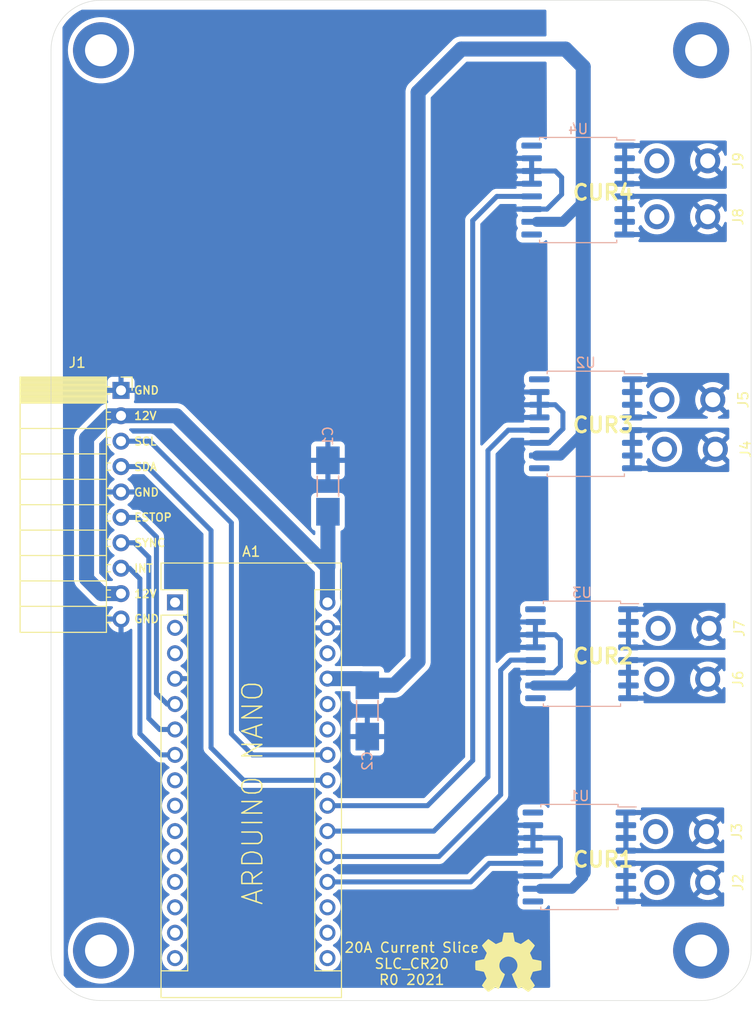
<source format=kicad_pcb>
(kicad_pcb (version 20211014) (generator pcbnew)
  (layers (0 "F.Cu" signal) (31 "B.Cu" signal) (34 "B.Paste" user) (35 "F.Paste" user) (36 "B.SilkS" user "B.Silkscreen") (37 "F.SilkS" user "F.Silkscreen") (38 "B.Mask" user) (39 "F.Mask" user) (44 "Edge.Cuts" user))
  (net 0 "")
  (net 1 "Net-(A1-Pad16)")
  (net 2 "Net-(A1-Pad15)")
  (net 3 "Net-(A1-Pad14)")
  (net 4 "GND")
  (net 5 "Net-(A1-Pad13)")
  (net 6 "Net-(A1-Pad28)")
  (net 7 "Net-(A1-Pad12)")
  (net 8 "+5V")
  (net 9 "Net-(A1-Pad11)")
  (net 10 "Net-(A1-Pad26)")
  (net 11 "Net-(A1-Pad10)")
  (net 12 "Net-(A1-Pad25)")
  (net 13 "Net-(A1-Pad9)")
  (net 14 "/I2C_CLK")
  (net 15 "Net-(A1-Pad8)")
  (net 16 "/I2C_DAT")
  (net 17 "/SYNC")
  (net 18 "/E_STOP")
  (net 19 "Net-(A1-Pad3)")
  (net 20 "Net-(A1-Pad18)")
  (net 21 "Net-(A1-Pad2)")
  (net 22 "Net-(A1-Pad17)")
  (net 23 "Net-(A1-Pad1)")
  (net 24 "+12V")
  (net 25 "/INT")
  (net 26 "/CURR1")
  (net 27 "/CURR2")
  (net 28 "/CURR3")
  (net 29 "/CURR4")
  (net 30 "Net-(J2-Pad1)")
  (net 31 "Net-(J3-Pad1)")
  (net 32 "Net-(J4-Pad1)")
  (net 33 "Net-(J5-Pad1)")
  (net 34 "Net-(U1-Pad16)")
  (net 35 "Net-(U1-Pad9)")
  (net 36 "Net-(U2-Pad16)")
  (net 37 "Net-(U2-Pad9)")
  (net 38 "Net-(U3-Pad16)")
  (net 39 "Net-(U3-Pad9)")
  (net 40 "Net-(U4-Pad16)")
  (net 41 "Net-(U4-Pad9)")
  (net 42 "Net-(J6-Pad1)")
  (net 43 "Net-(J7-Pad1)")
  (net 44 "Net-(J8-Pad1)")
  (net 45 "Net-(J9-Pad1)")
  (footprint "MountingHole:MountingHole_3.2mm_M3_DIN965_Pad" (layer "F.Cu") (at 127.6 44.8)
    (fp_text reference "H1" hide)
    (fp_text value "MountingHole")
    (pad "1" thru_hole circle locked (at 0 0) (size 5.6 5.6) (drill 3.2) (layers *.Cu *.Mask))
  )
  (footprint "MountingHole:MountingHole_3.2mm_M3_DIN965_Pad" (layer "F.Cu") (at 187.6 44.8)
    (fp_text reference "H2" hide)
    (fp_text value "MountingHole")
    (pad "1" thru_hole circle locked (at 0 0) (size 5.6 5.6) (drill 3.2) (layers *.Cu *.Mask))
  )
  (footprint "MountingHole:MountingHole_3.2mm_M3_DIN965_Pad" (layer "F.Cu") (at 127.6 134.8)
    (fp_text reference "H3" hide)
    (fp_text value "MountingHole")
    (pad "1" thru_hole circle locked (at 0 0) (size 5.6 5.6) (drill 3.2) (layers *.Cu *.Mask))
  )
  (footprint "MountingHole:MountingHole_3.2mm_M3_DIN965_Pad" (layer "F.Cu") (at 187.6 134.8)
    (fp_text reference "H4" hide)
    (fp_text value "MountingHole")
    (pad "1" thru_hole circle locked (at 0 0) (size 5.6 5.6) (drill 3.2) (layers *.Cu *.Mask))
  )
  (footprint "Module:Arduino_Nano" (layer "F.Cu") (at 135 100)
    (fp_text reference "A1" (at 7.62 -5.08) (layer "F.SilkS"))
    (fp_text value "Arduino_Nano_v3.x")
    (fp_line (start -1.4 1.27) (end -1.4 39.5) (layer "F.SilkS") (width 0.12))
    (fp_line (start 1.27 1.27) (end -1.4 1.27) (layer "F.SilkS") (width 0.12))
    (fp_line (start 13.97 -1.27) (end 16.64 -1.27) (layer "F.SilkS") (width 0.12))
    (fp_line (start 1.27 36.83) (end -1.4 36.83) (layer "F.SilkS") (width 0.12))
    (fp_line (start 1.27 1.27) (end 1.27 36.83) (layer "F.SilkS") (width 0.12))
    (fp_line (start -1.4 39.5) (end 16.64 39.5) (layer "F.SilkS") (width 0.12))
    (fp_line (start 16.64 39.5) (end 16.64 -3.94) (layer "F.SilkS") (width 0.12))
    (fp_line (start -1.4 -3.94) (end -1.4 -1.27) (layer "F.SilkS") (width 0.12))
    (fp_line (start 1.27 -1.27) (end -1.4 -1.27) (layer "F.SilkS") (width 0.12))
    (fp_line (start 16.64 -3.94) (end -1.4 -3.94) (layer "F.SilkS") (width 0.12))
    (fp_line (start 1.27 1.27) (end 1.27 -1.27) (layer "F.SilkS") (width 0.12))
    (fp_line (start 13.97 -1.27) (end 13.97 36.83) (layer "F.SilkS") (width 0.12))
    (fp_line (start 13.97 36.83) (end 16.64 36.83) (layer "F.SilkS") (width 0.12))
    (pad "1" thru_hole rect locked (at 0 0) (size 1.6 1.6) (drill 1) (layers *.Cu *.Mask) (net 23 "Net-(A1-Pad1)"))
    (pad "2" thru_hole oval locked (at 0 2.54) (size 1.6 1.6) (drill 1) (layers *.Cu *.Mask) (net 21 "Net-(A1-Pad2)"))
    (pad "3" thru_hole oval locked (at 0 5.08) (size 1.6 1.6) (drill 1) (layers *.Cu *.Mask) (net 19 "Net-(A1-Pad3)"))
    (pad "4" thru_hole oval locked (at 0 7.62) (size 1.6 1.6) (drill 1) (layers *.Cu *.Mask) (net 4 "GND"))
    (pad "5" thru_hole oval locked (at 0 10.16) (size 1.6 1.6) (drill 1) (layers *.Cu *.Mask) (net 18 "/E_STOP"))
    (pad "6" thru_hole oval locked (at 0 12.7) (size 1.6 1.6) (drill 1) (layers *.Cu *.Mask) (net 25 "/INT"))
    (pad "7" thru_hole oval locked (at 0 15.24) (size 1.6 1.6) (drill 1) (layers *.Cu *.Mask) (net 17 "/SYNC"))
    (pad "8" thru_hole oval locked (at 0 17.78) (size 1.6 1.6) (drill 1) (layers *.Cu *.Mask) (net 15 "Net-(A1-Pad8)"))
    (pad "9" thru_hole oval locked (at 0 20.32) (size 1.6 1.6) (drill 1) (layers *.Cu *.Mask) (net 13 "Net-(A1-Pad9)"))
    (pad "10" thru_hole oval locked (at 0 22.86) (size 1.6 1.6) (drill 1) (layers *.Cu *.Mask) (net 11 "Net-(A1-Pad10)"))
    (pad "11" thru_hole oval locked (at 0 25.4) (size 1.6 1.6) (drill 1) (layers *.Cu *.Mask) (net 9 "Net-(A1-Pad11)"))
    (pad "12" thru_hole oval locked (at 0 27.94) (size 1.6 1.6) (drill 1) (layers *.Cu *.Mask) (net 7 "Net-(A1-Pad12)"))
    (pad "13" thru_hole oval locked (at 0 30.48) (size 1.6 1.6) (drill 1) (layers *.Cu *.Mask) (net 5 "Net-(A1-Pad13)"))
    (pad "14" thru_hole oval locked (at 0 33.02) (size 1.6 1.6) (drill 1) (layers *.Cu *.Mask) (net 3 "Net-(A1-Pad14)"))
    (pad "15" thru_hole oval locked (at 0 35.56) (size 1.6 1.6) (drill 1) (layers *.Cu *.Mask) (net 2 "Net-(A1-Pad15)"))
    (pad "16" thru_hole oval locked (at 15.24 35.56) (size 1.6 1.6) (drill 1) (layers *.Cu *.Mask) (net 1 "Net-(A1-Pad16)"))
    (pad "17" thru_hole oval locked (at 15.24 33.02) (size 1.6 1.6) (drill 1) (layers *.Cu *.Mask) (net 22 "Net-(A1-Pad17)"))
    (pad "18" thru_hole oval locked (at 15.24 30.48) (size 1.6 1.6) (drill 1) (layers *.Cu *.Mask) (net 20 "Net-(A1-Pad18)"))
    (pad "19" thru_hole oval locked (at 15.24 27.94) (size 1.6 1.6) (drill 1) (layers *.Cu *.Mask) (net 26 "/CURR1"))
    (pad "20" thru_hole oval locked (at 15.24 25.4) (size 1.6 1.6) (drill 1) (layers *.Cu *.Mask) (net 27 "/CURR2"))
    (pad "21" thru_hole oval locked (at 15.24 22.86) (size 1.6 1.6) (drill 1) (layers *.Cu *.Mask) (net 28 "/CURR3"))
    (pad "22" thru_hole oval locked (at 15.24 20.32) (size 1.6 1.6) (drill 1) (layers *.Cu *.Mask) (net 29 "/CURR4"))
    (pad "23" thru_hole oval locked (at 15.24 17.78) (size 1.6 1.6) (drill 1) (layers *.Cu *.Mask) (net 16 "/I2C_DAT"))
    (pad "24" thru_hole oval locked (at 15.24 15.24) (size 1.6 1.6) (drill 1) (layers *.Cu *.Mask) (net 14 "/I2C_CLK"))
    (pad "25" thru_hole oval locked (at 15.24 12.7) (size 1.6 1.6) (drill 1) (layers *.Cu *.Mask) (net 12 "Net-(A1-Pad25)"))
    (pad "26" thru_hole oval locked (at 15.24 10.16) (size 1.6 1.6) (drill 1) (layers *.Cu *.Mask) (net 10 "Net-(A1-Pad26)"))
    (pad "27" thru_hole oval locked (at 15.24 7.62) (size 1.6 1.6) (drill 1) (layers *.Cu *.Mask) (net 8 "+5V"))
    (pad "28" thru_hole oval locked (at 15.24 5.08) (size 1.6 1.6) (drill 1) (layers *.Cu *.Mask) (net 6 "Net-(A1-Pad28)"))
    (pad "29" thru_hole oval locked (at 15.24 2.54) (size 1.6 1.6) (drill 1) (layers *.Cu *.Mask) (net 4 "GND"))
    (pad "30" thru_hole oval locked (at 15.24 0) (size 1.6 1.6) (drill 1) (layers *.Cu *.Mask) (net 24 "+12V"))
  )
  (footprint "Connector_PinSocket_2.54mm:PinSocket_1x10_P2.54mm_Horizontal" (layer "F.Cu") (at 129.6 78.8)
    (fp_text reference "J1" (at -4.38 -2.77) (layer "F.SilkS"))
    (fp_text value "Conn_01x10_Female")
    (fp_line (start -1.46 0.36) (end -1.11 0.36) (layer "F.SilkS") (width 0.12))
    (fp_line (start -10.09 -0.147145) (end -1.46 -0.147145) (layer "F.SilkS") (width 0.12))
    (fp_line (start -1.46 17.42) (end -1.05 17.42) (layer "F.SilkS") (width 0.12))
    (fp_line (start -10.09 -1.21) (end -1.46 -1.21) (layer "F.SilkS") (width 0.12))
    (fp_line (start -10.09 11.43) (end -1.46 11.43) (layer "F.SilkS") (width 0.12))
    (fp_line (start 0 -1.33) (end 1.11 -1.33) (layer "F.SilkS") (width 0.12))
    (fp_line (start -10.09 21.59) (end -1.46 21.59) (layer "F.SilkS") (width 0.12))
    (fp_line (start -10.09 0.20714) (end -1.46 0.20714) (layer "F.SilkS") (width 0.12))
    (fp_line (start -1.46 15.6) (end -1.05 15.6) (layer "F.SilkS") (width 0.12))
    (fp_line (start -10.09 -1.33) (end -1.46 -1.33) (layer "F.SilkS") (width 0.12))
    (fp_line (start -10.09 1.1519) (end -1.46 1.1519) (layer "F.SilkS") (width 0.12))
    (fp_line (start -1.46 2.9) (end -1.05 2.9) (layer "F.SilkS") (width 0.12))
    (fp_line (start -10.09 24.19) (end -1.46 24.19) (layer "F.SilkS") (width 0.12))
    (fp_line (start -1.46 18.14) (end -1.05 18.14) (layer "F.SilkS") (width 0.12))
    (fp_line (start -1.46 14.88) (end -1.05 14.88) (layer "F.SilkS") (width 0.12))
    (fp_line (start -10.09 19.05) (end -1.46 19.05) (layer "F.SilkS") (width 0.12))
    (fp_line (start -10.09 8.89) (end -1.46 8.89) (layer "F.SilkS") (width 0.12))
    (fp_line (start -10.09 16.51) (end -1.46 16.51) (layer "F.SilkS") (width 0.12))
    (fp_line (start -10.09 1.27) (end -1.46 1.27) (layer "F.SilkS") (width 0.12))
    (fp_line (start -1.46 22.5) (end -1.05 22.5) (layer "F.SilkS") (width 0.12))
    (fp_line (start -10.09 -1.091905) (end -1.46 -1.091905) (layer "F.SilkS") (width 0.12))
    (fp_line (start -10.09 0.67952) (end -1.46 0.67952) (layer "F.SilkS") (width 0.12))
    (fp_line (start -10.09 -1.33) (end -10.09 24.19) (layer "F.SilkS") (width 0.12))
    (fp_line (start -1.46 19.96) (end -1.05 19.96) (layer "F.SilkS") (width 0.12))
    (fp_line (start -10.09 0.325235) (end -1.46 0.325235) (layer "F.SilkS") (width 0.12))
    (fp_line (start -10.09 -0.619525) (end -1.46 -0.619525) (layer "F.SilkS") (width 0.12))
    (fp_line (start 1.11 -1.33) (end 1.11 0) (layer "F.SilkS") (width 0.12))
    (fp_line (start -10.09 0.91571) (end -1.46 0.91571) (layer "F.SilkS") (width 0.12))
    (fp_line (start -10.09 0.797615) (end -1.46 0.797615) (layer "F.SilkS") (width 0.12))
    (fp_line (start -1.46 4.72) (end -1.05 4.72) (layer "F.SilkS") (width 0.12))
    (fp_line (start -1.46 12.34) (end -1.05 12.34) (layer "F.SilkS") (width 0.12))
    (fp_line (start -1.46 2.18) (end -1.05 2.18) (layer "F.SilkS") (width 0.12))
    (fp_line (start -1.46 23.22) (end -1.05 23.22) (layer "F.SilkS") (width 0.12))
    (fp_line (start -10.09 -0.383335) (end -1.46 -0.383335) (layer "F.SilkS") (width 0.12))
    (fp_line (start -1.46 13.06) (end -1.05 13.06) (layer "F.SilkS") (width 0.12))
    (fp_line (start -10.09 0.089045) (end -1.46 0.089045) (layer "F.SilkS") (width 0.12))
    (fp_line (start -10.09 6.35) (end -1.46 6.35) (layer "F.SilkS") (width 0.12))
    (fp_line (start -10.09 -0.97381) (end -1.46 -0.97381) (layer "F.SilkS") (width 0.12))
    (fp_line (start -10.09 -0.02905) (end -1.46 -0.02905) (layer "F.SilkS") (width 0.12))
    (fp_line (start -1.46 10.52) (end -1.05 10.52) (layer "F.SilkS") (width 0.12))
    (fp_line (start -10.09 -0.50143) (end -1.46 -0.50143) (layer "F.SilkS") (width 0.12))
    (fp_line (start -10.09 0.44333) (end -1.46 0.44333) (layer "F.SilkS") (width 0.12))
    (fp_line (start -1.46 -1.33) (end -1.46 24.19) (layer "F.SilkS") (width 0.12))
    (fp_line (start -1.46 7.26) (end -1.05 7.26) (layer "F.SilkS") (width 0.12))
    (fp_line (start -1.46 5.44) (end -1.05 5.44) (layer "F.SilkS") (width 0.12))
    (fp_line (start -10.09 13.97) (end -1.46 13.97) (layer "F.SilkS") (width 0.12))
    (fp_line (start -1.46 -0.36) (end -1.11 -0.36) (layer "F.SilkS") (width 0.12))
    (fp_line (start -1.46 20.68) (end -1.05 20.68) (layer "F.SilkS") (width 0.12))
    (fp_line (start -10.09 -0.26524) (end -1.46 -0.26524) (layer "F.SilkS") (width 0.12))
    (fp_line (start -10.09 3.81) (end -1.46 3.81) (layer "F.SilkS") (width 0.12))
    (fp_line (start -10.09 -0.73762) (end -1.46 -0.73762) (layer "F.SilkS") (width 0.12))
    (fp_line (start -10.09 0.561425) (end -1.46 0.561425) (layer "F.SilkS") (width 0.12))
    (fp_line (start -10.09 1.033805) (end -1.46 1.033805) (layer "F.SilkS") (width 0.12))
    (fp_line (start -1.46 9.8) (end -1.05 9.8) (layer "F.SilkS") (width 0.12))
    (fp_line (start -1.46 7.98) (end -1.05 7.98) (layer "F.SilkS") (width 0.12))
    (fp_line (start -10.09 -0.855715) (end -1.46 -0.855715) (layer "F.SilkS") (width 0.12))
    (pad "1" thru_hole rect locked (at 0 0) (size 1.7 1.7) (drill 1) (layers *.Cu *.Mask) (net 4 "GND"))
    (pad "2" thru_hole oval locked (at 0 2.54) (size 1.7 1.7) (drill 1) (layers *.Cu *.Mask) (net 24 "+12V"))
    (pad "3" thru_hole oval locked (at 0 5.08) (size 1.7 1.7) (drill 1) (layers *.Cu *.Mask) (net 14 "/I2C_CLK"))
    (pad "4" thru_hole oval locked (at 0 7.62) (size 1.7 1.7) (drill 1) (layers *.Cu *.Mask) (net 16 "/I2C_DAT"))
    (pad "5" thru_hole oval locked (at 0 10.16) (size 1.7 1.7) (drill 1) (layers *.Cu *.Mask) (net 4 "GND"))
    (pad "6" thru_hole oval locked (at 0 12.7) (size 1.7 1.7) (drill 1) (layers *.Cu *.Mask) (net 18 "/E_STOP"))
    (pad "7" thru_hole oval locked (at 0 15.24) (size 1.7 1.7) (drill 1) (layers *.Cu *.Mask) (net 25 "/INT"))
    (pad "8" thru_hole oval locked (at 0 17.78) (size 1.7 1.7) (drill 1) (layers *.Cu *.Mask) (net 17 "/SYNC"))
    (pad "9" thru_hole oval locked (at 0 20.32) (size 1.7 1.7) (drill 1) (layers *.Cu *.Mask) (net 24 "+12V"))
    (pad "10" thru_hole oval locked (at 0 22.86) (size 1.7 1.7) (drill 1) (layers *.Cu *.Mask) (net 4 "GND"))
  )
  (footprint "Symbol:OSHW-Symbol_6.7x6mm_SilkScreen" (layer "F.Cu") (at 168.32 135.99)
    (fp_text reference "Logo1" hide)
    (fp_text value "Logo_Open_Hardware_Small" hide)
    (fp_poly (pts (xy 0.555814 -2.531069) (xy 0.639635 -2.086445) (xy 0.94892 -1.958947) (xy 1.258206 -1.831449) (xy 1.629246 -2.083754) (xy 1.733157 -2.154004) (xy 1.827087 -2.216728) (xy 1.906652 -2.269062) (xy 1.96747 -2.308143) (xy 2.005157 -2.331107) (xy 2.015421 -2.336058) (xy 2.03391 -2.323324) (xy 2.07342 -2.288118) (xy 2.129522 -2.234938) (xy 2.197787 -2.168282) (xy 2.273786 -2.092646) (xy 2.353092 -2.012528) (xy 2.431275 -1.932426) (xy 2.503907 -1.856836) (xy 2.566559 -1.790255) (xy 2.614803 -1.737182) (xy 2.64421 -1.702113) (xy 2.651241 -1.690377) (xy 2.641123 -1.66874) (xy 2.612759 -1.621338) (xy 2.569129 -1.552807) (xy 2.513218 -1.467785) (xy 2.448006 -1.370907) (xy 2.410219 -1.31565) (xy 2.341343 -1.214752) (xy 2.28014 -1.123701) (xy 2.229578 -1.04703) (xy 2.192628 -0.989272) (xy 2.172258 -0.954957) (xy 2.169197 -0.947746) (xy 2.176136 -0.927252) (xy 2.195051 -0.879487) (xy 2.223087 -0.811168) (xy 2.257391 -0.729011) (xy 2.295109 -0.63973) (xy 2.333387 -0.550042) (xy 2.36937 -0.466662) (xy 2.400206 -0.396306) (xy 2.423039 -0.34569) (xy 2.435017 -0.321529) (xy 2.435724 -0.320578) (xy 2.454531 -0.315964) (xy 2.504618 -0.305672) (xy 2.580793 -0.290713) (xy 2.677865 -0.272099) (xy 2.790643 -0.250841) (xy 2.856442 -0.238582) (xy 2.97695 -0.215638) (xy 3.085797 -0.193805) (xy 3.177476 -0.174278) (xy 3.246481 -0.158252) (xy 3.287304 -0.146921) (xy 3.295511 -0.143326) (xy 3.303548 -0.118994) (xy 3.310033 -0.064041) (xy 3.31497 0.015108) (xy 3.318364 0.112026) (xy 3.320218 0.220287) (xy 3.320538 0.333465) (xy 3.319327 0.445135) (xy 3.31659 0.548868) (xy 3.312331 0.638241) (xy 3.306555 0.706826) (xy 3.299267 0.748197) (xy 3.294895 0.75681) (xy 3.268764 0.767133) (xy 3.213393 0.781892) (xy 3.136107 0.799352) (xy 3.04423 0.81778) (xy 3.012158 0.823741) (xy 2.857524 0.852066) (xy 2.735375 0.874876) (xy 2.641673 0.89308) (xy 2.572384 0.907583) (xy 2.523471 0.919292) (xy 2.490897 0.929115) (xy 2.470628 0.937956) (xy 2.458626 0.946724) (xy 2.456947 0.948457) (xy 2.440184 0.976371) (xy 2.414614 1.030695) (xy 2.382788 1.104777) (xy 2.34726 1.191965) (xy 2.310583 1.285608) (xy 2.275311 1.379052) (xy 2.243996 1.465647) (xy 2.219193 1.53874) (xy 2.203454 1.591678) (xy 2.199332 1.617811) (xy 2.199676 1.618726) (xy 2.213641 1.640086) (xy 2.245322 1.687084) (xy 2.291391 1.754827) (xy 2.348518 1.838423) (xy 2.413373 1.932982) (xy 2.431843 1.959854) (xy 2.497699 2.057275) (xy 2.55565 2.146163) (xy 2.602538 2.221412) (xy 2.635207 2.27792) (xy 2.6505 2.310581) (xy 2.651241 2.314593) (xy 2.638392 2.335684) (xy 2.602888 2.377464) (xy 2.549293 2.435445) (xy 2.482171 2.505135) (xy 2.406087 2.582045) (xy 2.325604 2.661683) (xy 2.245287 2.739561) (xy 2.169699 2.811186) (xy 2.103405 2.87207) (xy 2.050969 2.917721) (xy 2.016955 2.94365) (xy 2.007545 2.947883) (xy 1.985643 2.937912) (xy 1.9408 2.91102) (xy 1.880321 2.871736) (xy 1.833789 2.840117) (xy 1.749475 2.782098) (xy 1.649626 2.713784) (xy 1.549473 2.645579) (xy 1.495627 2.609075) (xy 1.313371 2.4858) (xy 1.160381 2.56852) (xy 1.090682 2.604759) (xy 1.031414 2.632926) (xy 0.991311 2.648991) (xy 0.981103 2.651226) (xy 0.968829 2.634722) (xy 0.944613 2.588082) (xy 0.910263 2.515609) (xy 0.867588 2.421606) (xy 0.818394 2.310374) (xy 0.76449 2.186215) (xy 0.707684 2.053432) (xy 0.649782 1.916327) (xy 0.592593 1.779202) (xy 0.537924 1.646358) (xy 0.487584 1.522098) (xy 0.44338 1.410725) (xy 0.407119 1.316539) (xy 0.380609 1.243844) (xy 0.365658 1.196941) (xy 0.363254 1.180833) (xy 0.382311 1.160286) (xy 0.424036 1.126933) (xy 0.479706 1.087702) (xy 0.484378 1.084599) (xy 0.628264 0.969423) (xy 0.744283 0.835053) (xy 0.83143 0.685784) (xy 0.888699 0.525913) (xy 0.915086 0.359737) (xy 0.909585 0.191552) (xy 0.87119 0.025655) (xy 0.798895 -0.133658) (xy 0.777626 -0.168513) (xy 0.666996 -0.309263) (xy 0.536302 -0.422286) (xy 0.390064 -0.506997) (xy 0.232808 -0.562806) (xy 0.069057 -0.589126) (xy -0.096667 -0.58537) (xy -0.259838 -0.55095) (xy -0.415935 -0.485277) (xy -0.560433 -0.387765) (xy -0.605131 -0.348187) (xy -0.718888 -0.224297) (xy -0.801782 -0.093876) (xy -0.858644 0.052315) (xy -0.890313 0.197088) (xy -0.898131 0.35986) (xy -0.872062 0.52344) (xy -0.814755 0.682298) (xy -0.728856 0.830906) (xy -0.617014 0.963735) (xy -0.481877 1.075256) (xy -0.464117 1.087011) (xy -0.40785 1.125508) (xy -0.365077 1.158863) (xy -0.344628 1.18016) (xy -0.344331 1.180833) (xy -0.348721 1.203871) (xy -0.366124 1.256157) (xy -0.394732 1.33339) (xy -0.432735 1.431268) (xy -0.478326 1.545491) (xy -0.529697 1.671758) (xy -0.585038 1.805767) (xy -0.642542 1.943218) (xy -0.700399 2.079808) (xy -0.756802 2.211237) (xy -0.809942 2.333205) (xy -0.85801 2.441409) (xy -0.899199 2.531549) (xy -0.931699 2.599323) (xy -0.953703 2.64043) (xy -0.962564 2.651226) (xy -0.98964 2.642819) (xy -1.040303 2.620272) (xy -1.105817 2.587613) (xy -1.141841 2.56852) (xy -1.294832 2.4858) (xy -1.477088 2.609075) (xy -1.570125 2.672228) (xy -1.671985 2.741727) (xy -1.767438 2.807165) (xy -1.81525 2.840117) (xy -1.882495 2.885273) (xy -1.939436 2.921057) (xy -1.978646 2.942938) (xy -1.991381 2.947563) (xy -2.009917 2.935085) (xy -2.050941 2.900252) (xy -2.110475 2.846678) (xy -2.184542 2.777983) (xy -2.269165 2.697781) (xy -2.322685 2.646286) (xy -2.416319 2.554286) (xy -2.497241 2.471999) (xy -2.562177 2.402945) (xy -2.607858 2.350644) (xy -2.631011 2.318616) (xy -2.633232 2.312116) (xy -2.622924 2.287394) (xy -2.594439 2.237405) (xy -2.550937 2.167212) (xy -2.495577 2.081875) (xy -2.43152 1.986456) (xy -2.413303 1.959854) (xy -2.346927 1.863167) (xy -2.287378 1.776117) (xy -2.237984 1.703595) (xy -2.202075 1.650493) (xy -2.182981 1.621703) (xy -2.181136 1.618726) (xy -2.183895 1.595782) (xy -2.198538 1.545336) (xy -2.222513 1.474041) (xy -2.253266 1.388547) (xy -2.288244 1.295507) (xy -2.324893 1.201574) (xy -2.360661 1.113399) (xy -2.392994 1.037634) (xy -2.419338 0.980931) (xy -2.437142 0.949943) (xy -2.438407 0.948457) (xy -2.449294 0.939601) (xy -2.467682 0.930843) (xy -2.497606 0.921277) (xy -2.543103 0.909996) (xy -2.608209 0.896093) (xy -2.696961 0.878663) (xy -2.813393 0.856798) (xy -2.961542 0.829591) (xy -2.993618 0.823741) (xy -3.088686 0.805374) (xy -3.171565 0.787405) (xy -3.23493 0.771569) (xy -3.271458 0.7596) (xy -3.276356 0.75681) (xy -3.284427 0.732072) (xy -3.290987 0.67679) (xy -3.296033 0.597389) (xy -3.299559 0.500296) (xy -3.301561 0.391938) (xy -3.302036 0.27874) (xy -3.300977 0.167128) (xy -3.298382 0.063529) (xy -3.294246 -0.025632) (xy -3.288563 -0.093928) (xy -3.281331 -0.134934) (xy -3.276971 -0.143326) (xy -3.252698 -0.151792) (xy -3.197426 -0.165565) (xy -3.116662 -0.18345) (xy -3.015912 -0.204252) (xy -2.900683 -0.226777) (xy -2.837902 -0.238582) (xy -2.718787 -0.260849) (xy -2.612565 -0.281021) (xy -2.524427 -0.298085) (xy -2.459566 -0.311031) (xy -2.423174 -0.318845) (xy -2.417184 -0.320578) (xy -2.407061 -0.34011) (xy -2.385662 -0.387157) (xy -2.355839 -0.454997) (xy -2.320445 -0.536909) (xy -2.282332 -0.626172) (xy -2.244353 -0.716065) (xy -2.20936 -0.799865) (xy -2.180206 -0.870853) (xy -2.159743 -0.922306) (xy -2.150823 -0.947503) (xy -2.150657 -0.948604) (xy -2.160769 -0.968481) (xy -2.189117 -1.014223) (xy -2.232723 -1.081283) (xy -2.288606 -1.165116) (xy -2.353787 -1.261174) (xy -2.391679 -1.31635) (xy -2.460725 -1.417519) (xy -2.52205 -1.50937) (xy -2.572663 -1.587256) (xy -2.609571 -1.646531) (xy -2.629782 -1.682549) (xy -2.632701 -1.690623) (xy -2.620153 -1.709416) (xy -2.585463 -1.749543) (xy -2.533063 -1.806507) (xy -2.467384 -1.875815) (xy -2.392856 -1.952969) (xy -2.313913 -2.033475) (xy -2.234983 -2.112837) (xy -2.1605 -2.18656) (xy -2.094894 -2.250148) (xy -2.042596 -2.299106) (xy -2.008039 -2.328939) (xy -1.996478 -2.336058) (xy -1.977654 -2.326047) (xy -1.932631 -2.297922) (xy -1.865787 -2.254546) (xy -1.781499 -2.198782) (xy -1.684144 -2.133494) (xy -1.610707 -2.083754) (xy -1.239667 -1.831449) (xy -0.621095 -2.086445) (xy -0.537275 -2.531069) (xy -0.453454 -2.975693) (xy 0.471994 -2.975693) (xy 0.555814 -2.531069)) (layer "F.SilkS") (width 0.01) (fill solid))
  )
  (footprint "Custom:Blade_Connector" (layer "F.Cu") (at 190.799 127.989 90)
    (fp_text reference "J2" (at 0 0.5 90) (layer "F.SilkS"))
    (fp_text value "Conn_01x01_Male")
    (pad "1" thru_hole circle locked (at 0 -2.54 90) (size 2.5 2.5) (drill 1.5) (layers *.Cu *.Mask) (net 30 "Net-(J2-Pad1)"))
    (pad "2" thru_hole circle locked (at 0 -7.62 90) (size 2.5 2.5) (drill 1.5) (layers *.Cu *.Mask))
  )
  (footprint "Custom:Blade_Connector" (layer "F.Cu") (at 190.672 122.909 90)
    (fp_text reference "J3" (at 0 0.5 90) (layer "F.SilkS"))
    (fp_text value "Conn_01x01_Male")
    (pad "1" thru_hole circle locked (at 0 -2.54 90) (size 2.5 2.5) (drill 1.5) (layers *.Cu *.Mask) (net 31 "Net-(J3-Pad1)"))
    (pad "2" thru_hole circle locked (at 0 -7.62 90) (size 2.5 2.5) (drill 1.5) (layers *.Cu *.Mask))
  )
  (footprint "Custom:Blade_Connector" (layer "F.Cu") (at 191.561 84.682 90)
    (fp_text reference "J4" (at 0 0.5 90) (layer "F.SilkS"))
    (fp_text value "Conn_01x01_Male")
    (pad "1" thru_hole circle locked (at 0 -2.54 90) (size 2.5 2.5) (drill 1.5) (layers *.Cu *.Mask) (net 32 "Net-(J4-Pad1)"))
    (pad "2" thru_hole circle locked (at 0 -7.62 90) (size 2.5 2.5) (drill 1.5) (layers *.Cu *.Mask))
  )
  (footprint "Custom:Blade_Connector" (layer "F.Cu") (at 191.307 79.729 90)
    (fp_text reference "J5" (at 0 0.5 90) (layer "F.SilkS"))
    (fp_text value "Conn_01x01_Male")
    (pad "1" thru_hole circle locked (at 0 -2.54 90) (size 2.5 2.5) (drill 1.5) (layers *.Cu *.Mask) (net 33 "Net-(J5-Pad1)"))
    (pad "2" thru_hole circle locked (at 0 -7.62 90) (size 2.5 2.5) (drill 1.5) (layers *.Cu *.Mask))
  )
  (footprint "Custom:Blade_Connector" (layer "F.Cu") (at 190.799 107.669 90)
    (fp_text reference "J6" (at 0 0.5 90) (layer "F.SilkS"))
    (fp_text value "Conn_01x01_Male")
    (pad "1" thru_hole circle locked (at 0 -2.54 90) (size 2.5 2.5) (drill 1.5) (layers *.Cu *.Mask) (net 42 "Net-(J6-Pad1)"))
    (pad "2" thru_hole circle locked (at 0 -7.62 90) (size 2.5 2.5) (drill 1.5) (layers *.Cu *.Mask))
  )
  (footprint "Custom:Blade_Connector" (layer "F.Cu") (at 190.926 102.589 90)
    (fp_text reference "J7" (at 0 0.5 90) (layer "F.SilkS"))
    (fp_text value "Conn_01x01_Male")
    (pad "1" thru_hole circle locked (at 0 -2.54 90) (size 2.5 2.5) (drill 1.5) (layers *.Cu *.Mask) (net 43 "Net-(J7-Pad1)"))
    (pad "2" thru_hole circle locked (at 0 -7.62 90) (size 2.5 2.5) (drill 1.5) (layers *.Cu *.Mask))
  )
  (footprint "Custom:Blade_Connector" (layer "F.Cu") (at 190.799 61.441 90)
    (fp_text reference "J8" (at 0 0.5 90) (layer "F.SilkS"))
    (fp_text value "Conn_01x01_Male")
    (pad "1" thru_hole circle locked (at 0 -2.54 90) (size 2.5 2.5) (drill 1.5) (layers *.Cu *.Mask) (net 44 "Net-(J8-Pad1)"))
    (pad "2" thru_hole circle locked (at 0 -7.62 90) (size 2.5 2.5) (drill 1.5) (layers *.Cu *.Mask))
  )
  (footprint "Custom:Blade_Connector" (layer "F.Cu") (at 190.799 55.853 90)
    (fp_text reference "J9" (at 0 0.5 90) (layer "F.SilkS"))
    (fp_text value "Conn_01x01_Male")
    (pad "1" thru_hole circle locked (at 0 -2.54 90) (size 2.5 2.5) (drill 1.5) (layers *.Cu *.Mask) (net 45 "Net-(J9-Pad1)"))
    (pad "2" thru_hole circle locked (at 0 -7.62 90) (size 2.5 2.5) (drill 1.5) (layers *.Cu *.Mask))
  )
  (footprint "OCI_UPL_FOOTPRINTS:C_2312" (layer "B.Cu") (at 154.223 110.844 -90)
    (fp_text reference "C2" (at 5 0 90) (layer "B.SilkS") (effects (justify mirror)))
    (fp_text value "10uF_t")
    (fp_line (start 0.97 -1.07) (end -1.04 -1.07) (layer "B.SilkS") (width 0.15))
    (fp_line (start 1 1.07) (end -1.01 1.07) (layer "B.SilkS") (width 0.15))
    (pad "1" smd rect locked (at -2.57 0 270) (size 2.77 2.35) (layers "B.Cu" "B.Paste" "B.Mask") (net 8 "+5V"))
    (pad "2" smd rect locked (at 2.57 0 270) (size 2.77 2.35) (layers "B.Cu" "B.Paste" "B.Mask") (net 4 "GND"))
  )
  (footprint "OCI_UPL_FOOTPRINTS:C_2312" (layer "B.Cu") (at 150.286 88.365 90)
    (fp_text reference "C1" (at 5 0 90) (layer "B.SilkS") (effects (justify mirror)))
    (fp_text value "10uF_t")
    (fp_line (start 0.97 -1.07) (end -1.04 -1.07) (layer "B.SilkS") (width 0.15))
    (fp_line (start 1 1.07) (end -1.01 1.07) (layer "B.SilkS") (width 0.15))
    (pad "1" smd rect locked (at -2.57 0 90) (size 2.77 2.35) (layers "B.Cu" "B.Paste" "B.Mask") (net 24 "+12V"))
    (pad "2" smd rect locked (at 2.57 0 90) (size 2.77 2.35) (layers "B.Cu" "B.Paste" "B.Mask") (net 4 "GND"))
  )
  (footprint "Package_SO:SOIC-16W_7.5x10.3mm_P1.27mm" (layer "B.Cu") (at 175.432 125.449 180)
    (fp_text reference "U1" (at 0 6.1) (layer "B.SilkS") (effects (justify mirror)))
    (fp_text value "ACS723xMATR-20AB")
    (fp_line (start 0 5.26) (end 3.86 5.26) (layer "B.SilkS") (width 0.12))
    (fp_line (start 3.86 -5.26) (end 3.86 -5.005) (layer "B.SilkS") (width 0.12))
    (fp_line (start 0 -5.26) (end 3.86 -5.26) (layer "B.SilkS") (width 0.12))
    (fp_line (start -3.86 -5.26) (end -3.86 -5.005) (layer "B.SilkS") (width 0.12))
    (fp_line (start -3.86 5.005) (end -5.675 5.005) (layer "B.SilkS") (width 0.12))
    (fp_line (start 3.86 5.26) (end 3.86 5.005) (layer "B.SilkS") (width 0.12))
    (fp_line (start -3.86 5.26) (end -3.86 5.005) (layer "B.SilkS") (width 0.12))
    (fp_line (start 0 5.26) (end -3.86 5.26) (layer "B.SilkS") (width 0.12))
    (fp_line (start 0 -5.26) (end -3.86 -5.26) (layer "B.SilkS") (width 0.12))
    (pad "1" smd roundrect locked (at -4.65 4.445 180) (size 2.05 0.6) (layers "B.Cu" "B.Paste" "B.Mask") (net 31 "Net-(J3-Pad1)"))
    (pad "2" smd roundrect locked (at -4.65 3.175 180) (size 2.05 0.6) (layers "B.Cu" "B.Paste" "B.Mask") (net 31 "Net-(J3-Pad1)"))
    (pad "3" smd roundrect locked (at -4.65 1.905 180) (size 2.05 0.6) (layers "B.Cu" "B.Paste" "B.Mask") (net 31 "Net-(J3-Pad1)"))
    (pad "4" smd roundrect locked (at -4.65 0.635 180) (size 2.05 0.6) (layers "B.Cu" "B.Paste" "B.Mask") (net 31 "Net-(J3-Pad1)"))
    (pad "5" smd roundrect locked (at -4.65 -0.635 180) (size 2.05 0.6) (layers "B.Cu" "B.Paste" "B.Mask") (net 30 "Net-(J2-Pad1)"))
    (pad "6" smd roundrect locked (at -4.65 -1.905 180) (size 2.05 0.6) (layers "B.Cu" "B.Paste" "B.Mask") (net 30 "Net-(J2-Pad1)"))
    (pad "7" smd roundrect locked (at -4.65 -3.175 180) (size 2.05 0.6) (layers "B.Cu" "B.Paste" "B.Mask") (net 30 "Net-(J2-Pad1)"))
    (pad "8" smd roundrect locked (at -4.65 -4.445 180) (size 2.05 0.6) (layers "B.Cu" "B.Paste" "B.Mask") (net 30 "Net-(J2-Pad1)"))
    (pad "9" smd roundrect locked (at 4.65 -4.445 180) (size 2.05 0.6) (layers "B.Cu" "B.Paste" "B.Mask") (net 35 "Net-(U1-Pad9)"))
    (pad "10" smd roundrect locked (at 4.65 -3.175 180) (size 2.05 0.6) (layers "B.Cu" "B.Paste" "B.Mask") (net 8 "+5V"))
    (pad "11" smd roundrect locked (at 4.65 -1.905 180) (size 2.05 0.6) (layers "B.Cu" "B.Paste" "B.Mask") (net 4 "GND"))
    (pad "12" smd roundrect locked (at 4.65 -0.635 180) (size 2.05 0.6) (layers "B.Cu" "B.Paste" "B.Mask") (net 26 "/CURR1"))
    (pad "13" smd roundrect locked (at 4.65 0.635 180) (size 2.05 0.6) (layers "B.Cu" "B.Paste" "B.Mask") (net 4 "GND"))
    (pad "14" smd roundrect locked (at 4.65 1.905 180) (size 2.05 0.6) (layers "B.Cu" "B.Paste" "B.Mask") (net 4 "GND"))
    (pad "15" smd roundrect locked (at 4.65 3.175 180) (size 2.05 0.6) (layers "B.Cu" "B.Paste" "B.Mask") (net 4 "GND"))
    (pad "16" smd roundrect locked (at 4.65 4.445 180) (size 2.05 0.6) (layers "B.Cu" "B.Paste" "B.Mask") (net 34 "Net-(U1-Pad16)"))
  )
  (footprint "Package_SO:SOIC-16W_7.5x10.3mm_P1.27mm" (layer "B.Cu") (at 175.305 58.774 180)
    (fp_text reference "U4" (at 0 6.1) (layer "B.SilkS") (effects (justify mirror)))
    (fp_text value "ACS723xMATR-20AB")
    (fp_line (start 0 5.26) (end -3.86 5.26) (layer "B.SilkS") (width 0.12))
    (fp_line (start -3.86 5.005) (end -5.675 5.005) (layer "B.SilkS") (width 0.12))
    (fp_line (start 3.86 5.26) (end 3.86 5.005) (layer "B.SilkS") (width 0.12))
    (fp_line (start -3.86 -5.26) (end -3.86 -5.005) (layer "B.SilkS") (width 0.12))
    (fp_line (start -3.86 5.26) (end -3.86 5.005) (layer "B.SilkS") (width 0.12))
    (fp_line (start 0 -5.26) (end -3.86 -5.26) (layer "B.SilkS") (width 0.12))
    (fp_line (start 3.86 -5.26) (end 3.86 -5.005) (layer "B.SilkS") (width 0.12))
    (fp_line (start 0 5.26) (end 3.86 5.26) (layer "B.SilkS") (width 0.12))
    (fp_line (start 0 -5.26) (end 3.86 -5.26) (layer "B.SilkS") (width 0.12))
    (pad "1" smd roundrect locked (at -4.65 4.445 180) (size 2.05 0.6) (layers "B.Cu" "B.Paste" "B.Mask") (net 45 "Net-(J9-Pad1)"))
    (pad "2" smd roundrect locked (at -4.65 3.175 180) (size 2.05 0.6) (layers "B.Cu" "B.Paste" "B.Mask") (net 45 "Net-(J9-Pad1)"))
    (pad "3" smd roundrect locked (at -4.65 1.905 180) (size 2.05 0.6) (layers "B.Cu" "B.Paste" "B.Mask") (net 45 "Net-(J9-Pad1)"))
    (pad "4" smd roundrect locked (at -4.65 0.635 180) (size 2.05 0.6) (layers "B.Cu" "B.Paste" "B.Mask") (net 45 "Net-(J9-Pad1)"))
    (pad "5" smd roundrect locked (at -4.65 -0.635 180) (size 2.05 0.6) (layers "B.Cu" "B.Paste" "B.Mask") (net 44 "Net-(J8-Pad1)"))
    (pad "6" smd roundrect locked (at -4.65 -1.905 180) (size 2.05 0.6) (layers "B.Cu" "B.Paste" "B.Mask") (net 44 "Net-(J8-Pad1)"))
    (pad "7" smd roundrect locked (at -4.65 -3.175 180) (size 2.05 0.6) (layers "B.Cu" "B.Paste" "B.Mask") (net 44 "Net-(J8-Pad1)"))
    (pad "8" smd roundrect locked (at -4.65 -4.445 180) (size 2.05 0.6) (layers "B.Cu" "B.Paste" "B.Mask") (net 44 "Net-(J8-Pad1)"))
    (pad "9" smd roundrect locked (at 4.65 -4.445 180) (size 2.05 0.6) (layers "B.Cu" "B.Paste" "B.Mask") (net 41 "Net-(U4-Pad9)"))
    (pad "10" smd roundrect locked (at 4.65 -3.175 180) (size 2.05 0.6) (layers "B.Cu" "B.Paste" "B.Mask") (net 8 "+5V"))
    (pad "11" smd roundrect locked (at 4.65 -1.905 180) (size 2.05 0.6) (layers "B.Cu" "B.Paste" "B.Mask") (net 4 "GND"))
    (pad "12" smd roundrect locked (at 4.65 -0.635 180) (size 2.05 0.6) (layers "B.Cu" "B.Paste" "B.Mask") (net 29 "/CURR4"))
    (pad "13" smd roundrect locked (at 4.65 0.635 180) (size 2.05 0.6) (layers "B.Cu" "B.Paste" "B.Mask") (net 4 "GND"))
    (pad "14" smd roundrect locked (at 4.65 1.905 180) (size 2.05 0.6) (layers "B.Cu" "B.Paste" "B.Mask") (net 4 "GND"))
    (pad "15" smd roundrect locked (at 4.65 3.175 180) (size 2.05 0.6) (layers "B.Cu" "B.Paste" "B.Mask") (net 4 "GND"))
    (pad "16" smd roundrect locked (at 4.65 4.445 180) (size 2.05 0.6) (layers "B.Cu" "B.Paste" "B.Mask") (net 40 "Net-(U4-Pad16)"))
  )
  (footprint "Package_SO:SOIC-16W_7.5x10.3mm_P1.27mm" (layer "B.Cu") (at 176.067 82.142 180)
    (fp_text reference "U2" (at 0 6.1) (layer "B.SilkS") (effects (justify mirror)))
    (fp_text value "ACS723xMATR-20AB")
    (fp_line (start -3.86 5.26) (end -3.86 5.005) (layer "B.SilkS") (width 0.12))
    (fp_line (start 3.86 -5.26) (end 3.86 -5.005) (layer "B.SilkS") (width 0.12))
    (fp_line (start 0 5.26) (end 3.86 5.26) (layer "B.SilkS") (width 0.12))
    (fp_line (start 0 -5.26) (end 3.86 -5.26) (layer "B.SilkS") (width 0.12))
    (fp_line (start 0 -5.26) (end -3.86 -5.26) (layer "B.SilkS") (width 0.12))
    (fp_line (start -3.86 -5.26) (end -3.86 -5.005) (layer "B.SilkS") (width 0.12))
    (fp_line (start -3.86 5.005) (end -5.675 5.005) (layer "B.SilkS") (width 0.12))
    (fp_line (start 0 5.26) (end -3.86 5.26) (layer "B.SilkS") (width 0.12))
    (fp_line (start 3.86 5.26) (end 3.86 5.005) (layer "B.SilkS") (width 0.12))
    (pad "1" smd roundrect locked (at -4.65 4.445 180) (size 2.05 0.6) (layers "B.Cu" "B.Paste" "B.Mask") (net 33 "Net-(J5-Pad1)"))
    (pad "2" smd roundrect locked (at -4.65 3.175 180) (size 2.05 0.6) (layers "B.Cu" "B.Paste" "B.Mask") (net 33 "Net-(J5-Pad1)"))
    (pad "3" smd roundrect locked (at -4.65 1.905 180) (size 2.05 0.6) (layers "B.Cu" "B.Paste" "B.Mask") (net 33 "Net-(J5-Pad1)"))
    (pad "4" smd roundrect locked (at -4.65 0.635 180) (size 2.05 0.6) (layers "B.Cu" "B.Paste" "B.Mask") (net 33 "Net-(J5-Pad1)"))
    (pad "5" smd roundrect locked (at -4.65 -0.635 180) (size 2.05 0.6) (layers "B.Cu" "B.Paste" "B.Mask") (net 32 "Net-(J4-Pad1)"))
    (pad "6" smd roundrect locked (at -4.65 -1.905 180) (size 2.05 0.6) (layers "B.Cu" "B.Paste" "B.Mask") (net 32 "Net-(J4-Pad1)"))
    (pad "7" smd roundrect locked (at -4.65 -3.175 180) (size 2.05 0.6) (layers "B.Cu" "B.Paste" "B.Mask") (net 32 "Net-(J4-Pad1)"))
    (pad "8" smd roundrect locked (at -4.65 -4.445 180) (size 2.05 0.6) (layers "B.Cu" "B.Paste" "B.Mask") (net 32 "Net-(J4-Pad1)"))
    (pad "9" smd roundrect locked (at 4.65 -4.445 180) (size 2.05 0.6) (layers "B.Cu" "B.Paste" "B.Mask") (net 37 "Net-(U2-Pad9)"))
    (pad "10" smd roundrect locked (at 4.65 -3.175 180) (size 2.05 0.6) (layers "B.Cu" "B.Paste" "B.Mask") (net 8 "+5V"))
    (pad "11" smd roundrect locked (at 4.65 -1.905 180) (size 2.05 0.6) (layers "B.Cu" "B.Paste" "B.Mask") (net 4 "GND"))
    (pad "12" smd roundrect locked (at 4.65 -0.635 180) (size 2.05 0.6) (layers "B.Cu" "B.Paste" "B.Mask") (net 28 "/CURR3"))
    (pad "13" smd roundrect locked (at 4.65 0.635 180) (size 2.05 0.6) (layers "B.Cu" "B.Paste" "B.Mask") (net 4 "GND"))
    (pad "14" smd roundrect locked (at 4.65 1.905 180) (size 2.05 0.6) (layers "B.Cu" "B.Paste" "B.Mask") (net 4 "GND"))
    (pad "15" smd roundrect locked (at 4.65 3.175 180) (size 2.05 0.6) (layers "B.Cu" "B.Paste" "B.Mask") (net 4 "GND"))
    (pad "16" smd roundrect locked (at 4.65 4.445 180) (size 2.05 0.6) (layers "B.Cu" "B.Paste" "B.Mask") (net 36 "Net-(U2-Pad16)"))
  )
  (footprint "Package_SO:SOIC-16W_7.5x10.3mm_P1.27mm" (layer "B.Cu") (at 175.686 105.129 180)
    (fp_text reference "U3" (at 0 6.1) (layer "B.SilkS") (effects (justify mirror)))
    (fp_text value "ACS723xMATR-20AB")
    (fp_line (start 0 5.26) (end 3.86 5.26) (layer "B.SilkS") (width 0.12))
    (fp_line (start 0 -5.26) (end -3.86 -5.26) (layer "B.SilkS") (width 0.12))
    (fp_line (start -3.86 -5.26) (end -3.86 -5.005) (layer "B.SilkS") (width 0.12))
    (fp_line (start 3.86 5.26) (end 3.86 5.005) (layer "B.SilkS") (width 0.12))
    (fp_line (start 0 -5.26) (end 3.86 -5.26) (layer "B.SilkS") (width 0.12))
    (fp_line (start 0 5.26) (end -3.86 5.26) (layer "B.SilkS") (width 0.12))
    (fp_line (start -3.86 5.26) (end -3.86 5.005) (layer "B.SilkS") (width 0.12))
    (fp_line (start -3.86 5.005) (end -5.675 5.005) (layer "B.SilkS") (width 0.12))
    (fp_line (start 3.86 -5.26) (end 3.86 -5.005) (layer "B.SilkS") (width 0.12))
    (pad "1" smd roundrect locked (at -4.65 4.445 180) (size 2.05 0.6) (layers "B.Cu" "B.Paste" "B.Mask") (net 43 "Net-(J7-Pad1)"))
    (pad "2" smd roundrect locked (at -4.65 3.175 180) (size 2.05 0.6) (layers "B.Cu" "B.Paste" "B.Mask") (net 43 "Net-(J7-Pad1)"))
    (pad "3" smd roundrect locked (at -4.65 1.905 180) (size 2.05 0.6) (layers "B.Cu" "B.Paste" "B.Mask") (net 43 "Net-(J7-Pad1)"))
    (pad "4" smd roundrect locked (at -4.65 0.635 180) (size 2.05 0.6) (layers "B.Cu" "B.Paste" "B.Mask") (net 43 "Net-(J7-Pad1)"))
    (pad "5" smd roundrect locked (at -4.65 -0.635 180) (size 2.05 0.6) (layers "B.Cu" "B.Paste" "B.Mask") (net 42 "Net-(J6-Pad1)"))
    (pad "6" smd roundrect locked (at -4.65 -1.905 180) (size 2.05 0.6) (layers "B.Cu" "B.Paste" "B.Mask") (net 42 "Net-(J6-Pad1)"))
    (pad "7" smd roundrect locked (at -4.65 -3.175 180) (size 2.05 0.6) (layers "B.Cu" "B.Paste" "B.Mask") (net 42 "Net-(J6-Pad1)"))
    (pad "8" smd roundrect locked (at -4.65 -4.445 180) (size 2.05 0.6) (layers "B.Cu" "B.Paste" "B.Mask") (net 42 "Net-(J6-Pad1)"))
    (pad "9" smd roundrect locked (at 4.65 -4.445 180) (size 2.05 0.6) (layers "B.Cu" "B.Paste" "B.Mask") (net 39 "Net-(U3-Pad9)"))
    (pad "10" smd roundrect locked (at 4.65 -3.175 180) (size 2.05 0.6) (layers "B.Cu" "B.Paste" "B.Mask") (net 8 "+5V"))
    (pad "11" smd roundrect locked (at 4.65 -1.905 180) (size 2.05 0.6) (layers "B.Cu" "B.Paste" "B.Mask") (net 4 "GND"))
    (pad "12" smd roundrect locked (at 4.65 -0.635 180) (size 2.05 0.6) (layers "B.Cu" "B.Paste" "B.Mask") (net 27 "/CURR2"))
    (pad "13" smd roundrect locked (at 4.65 0.635 180) (size 2.05 0.6) (layers "B.Cu" "B.Paste" "B.Mask") (net 4 "GND"))
    (pad "14" smd roundrect locked (at 4.65 1.905 180) (size 2.05 0.6) (layers "B.Cu" "B.Paste" "B.Mask") (net 4 "GND"))
    (pad "15" smd roundrect locked (at 4.65 3.175 180) (size 2.05 0.6) (layers "B.Cu" "B.Paste" "B.Mask") (net 4 "GND"))
    (pad "16" smd roundrect locked (at 4.65 4.445 180) (size 2.05 0.6) (layers "B.Cu" "B.Paste" "B.Mask") (net 38 "Net-(U3-Pad16)"))
  )
  (gr_line (start 192.6 44.8) (end 192.6 134.8) (layer "Edge.Cuts") (width 0.05))
  (gr_arc (start 127.6 139.8) (mid 124.064466 138.335534) (end 122.6 134.8) (layer "Edge.Cuts") (width 0.05))
  (gr_arc (start 192.6 134.8) (mid 191.135534 138.335534) (end 187.6 139.8) (layer "Edge.Cuts") (width 0.05))
  (gr_line (start 127.6 39.8) (end 187.6 39.8) (layer "Edge.Cuts") (width 0.05))
  (gr_arc (start 122.6 44.8) (mid 124.064466 41.264466) (end 127.6 39.8) (layer "Edge.Cuts") (width 0.05))
  (gr_arc (start 187.6 39.8) (mid 191.135534 41.264466) (end 192.6 44.8) (layer "Edge.Cuts") (width 0.05))
  (gr_line (start 127.6 139.8) (end 187.6 139.8) (layer "Edge.Cuts") (width 0.05))
  (gr_line (start 122.6 134.8) (end 122.6 44.8) (layer "Edge.Cuts") (width 0.05))
  (gr_text "CUR1" (at 177.8 125.7) (layer "F.SilkS") (effects (font (size 1.5 1.5) (thickness 0.3))))
  (gr_text "GND" (at 132.15 89) (layer "F.SilkS") (effects (font (size 0.8 0.8))))
  (gr_text "12V" (at 132.035715 99.15) (layer "F.SilkS") (effects (font (size 0.8 0.8))))
  (gr_text "SYNC" (at 132.47381 94.05) (layer "F.SilkS") (effects (font (size 0.8 0.8))))
  (gr_text "INT" (at 131.845238 96.6) (layer "F.SilkS") (effects (font (size 0.8 0.8))))
  (gr_text "ESTOP" (at 132.797619 91.5) (layer "F.SilkS") (effects (font (size 0.8 0.8))))
  (gr_text "SDA" (at 132.054762 86.45) (layer "F.SilkS") (effects (font (size 0.8 0.8))))
  (gr_text "ARDUINO NANO" (at 142.76 119.05 90) (layer "F.SilkS") (effects (font (size 2 2))))
  (gr_text "CUR4" (at 177.8 59.025) (layer "F.SilkS") (effects (font (size 1.5 1.5) (thickness 0.3))))
  (gr_text "20A Current Slice\nSLC_CR20\nR0 2021" (at 158.668 136.117) (layer "F.SilkS") (effects (font (size 1 1))))
  (gr_text "GND" (at 132.15 78.8) (layer "F.SilkS") (effects (font (size 0.8 0.8))))
  (gr_text "CUR2" (at 177.8 105.38) (layer "F.SilkS") (effects (font (size 1.5 1.5) (thickness 0.3))))
  (gr_text "12V" (at 132.035715 81.35) (layer "F.SilkS") (effects (font (size 0.8 0.8))))
  (gr_text "CUR3" (at 177.8 82.266) (layer "F.SilkS") (effects (font (size 1.5 1.5) (thickness 0.3))))
  (gr_text "GND" (at 132.15 101.65) (layer "F.SilkS") (effects (font (size 0.8 0.8))))
  (gr_text "SCL" (at 132.035715 83.9) (layer "F.SilkS") (effects (font (size 0.8 0.8))))
  (segment (start 173.019 103.224) (end 170.909 103.224) (width 0.5) (layer "B.Cu") (net 4))
  (segment (start 171.163 60.679) (end 172.188 60.679) (width 0.5) (layer "B.Cu") (net 4))
  (segment (start 172.188 60.679) (end 173.654 59.213) (width 0.5) (layer "B.Cu") (net 4))
  (segment (start 173.527 123.671) (end 173.4 123.544) (width 0.5) (layer "B.Cu") (net 4))
  (segment (start 172.569 127.354) (end 173.527 126.396) (width 0.5) (layer "B.Cu") (net 4))
  (segment (start 173.654 59.213) (end 173.654 57.504) (width 0.5) (layer "B.Cu") (net 4))
  (segment (start 173.781 82.65) (end 173.781 80.999) (width 0.5) (layer "B.Cu") (net 4))
  (segment (start 173.019 80.237) (end 171.163 80.237) (width 0.5) (layer "B.Cu") (net 4))
  (segment (start 172.892 107.034) (end 173.527 106.399) (width 0.5) (layer "B.Cu") (net 4))
  (segment (start 173.527 103.732) (end 173.019 103.224) (width 0.5) (layer "B.Cu") (net 4))
  (segment (start 173.654 57.504) (end 173.019 56.869) (width 0.5) (layer "B.Cu") (net 4))
  (segment (start 173.019 56.869) (end 171.163 56.869) (width 0.5) (layer "B.Cu") (net 4))
  (segment (start 171.163 84.047) (end 172.384 84.047) (width 0.5) (layer "B.Cu") (net 4))
  (segment (start 173.4 123.544) (end 171.544 123.544) (width 0.5) (layer "B.Cu") (net 4))
  (segment (start 171.544 127.354) (end 172.569 127.354) (width 0.5) (layer "B.Cu") (net 4))
  (segment (start 173.527 126.396) (end 173.527 123.671) (width 0.5) (layer "B.Cu") (net 4))
  (segment (start 173.781 80.999) (end 173.019 80.237) (width 0.5) (layer "B.Cu") (net 4))
  (segment (start 172.384 84.047) (end 173.781 82.65) (width 0.5) (layer "B.Cu") (net 4))
  (segment (start 173.527 106.399) (end 173.527 103.732) (width 0.5) (layer "B.Cu") (net 4))
  (segment (start 170.909 107.034) (end 172.892 107.034) (width 0.5) (layer "B.Cu") (net 4))
  (segment (start 154.223 108.274) (end 156.92 108.274) (width 1.5) (layer "B.Cu") (net 8))
  (segment (start 171.163 61.949) (end 173.781 61.949) (width 1) (layer "B.Cu") (net 8))
  (segment (start 171.163 85.317) (end 173.527 85.317) (width 1) (layer "B.Cu") (net 8))
  (segment (start 159.303 105.891) (end 159.303 48.995) (width 1.5) (layer "B.Cu") (net 8))
  (segment (start 153.569 107.62) (end 154.223 108.274) (width 1.5) (layer "B.Cu") (net 8))
  (segment (start 174.035 44.677) (end 175.813 46.455) (width 1.5) (layer "B.Cu") (net 8))
  (segment (start 174.67 128.624) (end 171.544 128.624) (width 1) (layer "B.Cu") (net 8))
  (segment (start 156.92 108.274) (end 159.303 105.891) (width 1.5) (layer "B.Cu") (net 8))
  (segment (start 173.781 61.949) (end 175.813 59.917) (width 1) (layer "B.Cu") (net 8))
  (segment (start 175.813 59.917) (end 175.813 83.031) (width 1.5) (layer "B.Cu") (net 8))
  (segment (start 175.813 46.455) (end 175.813 59.917) (width 1.5) (layer "B.Cu") (net 8))
  (segment (start 173.527 85.317) (end 175.813 83.031) (width 1) (layer "B.Cu") (net 8))
  (segment (start 175.813 106.907) (end 175.813 126.973) (width 1.5) (layer "B.Cu") (net 8))
  (segment (start 174.416 108.304) (end 175.813 106.907) (width 1) (layer "B.Cu") (net 8))
  (segment (start 159.303 48.995) (end 163.621 44.677) (width 1.5) (layer "B.Cu") (net 8))
  (segment (start 175.813 127.481) (end 174.67 128.624) (width 1) (layer "B.Cu") (net 8))
  (segment (start 175.813 126.973) (end 175.813 127.481) (width 1) (layer "B.Cu") (net 8))
  (segment (start 170.909 108.304) (end 174.416 108.304) (width 1) (layer "B.Cu") (net 8))
  (segment (start 163.621 44.677) (end 174.035 44.677) (width 1.5) (layer "B.Cu") (net 8))
  (segment (start 150.24 107.62) (end 153.569 107.62) (width 1.5) (layer "B.Cu") (net 8))
  (segment (start 175.813 83.031) (end 175.813 106.907) (width 1.5) (layer "B.Cu") (net 8))
  (segment (start 140.634 113.13) (end 142.744 115.24) (width 0.5) (layer "B.Cu") (net 14))
  (segment (start 132.466 83.88) (end 140.634 92.048) (width 0.5) (layer "B.Cu") (net 14))
  (segment (start 129.6 83.88) (end 132.466 83.88) (width 0.5) (layer "B.Cu") (net 14))
  (segment (start 142.744 115.24) (end 150.24 115.24) (width 0.5) (layer "B.Cu") (net 14))
  (segment (start 140.634 92.048) (end 140.634 113.13) (width 0.5) (layer "B.Cu") (net 14))
  (segment (start 129.6 86.42) (end 132.212 86.42) (width 0.5) (layer "B.Cu") (net 16))
  (segment (start 132.212 86.42) (end 138.602 92.81) (width 0.5) (layer "B.Cu") (net 16))
  (segment (start 141.855 117.78) (end 150.24 117.78) (width 0.5) (layer "B.Cu") (net 16))
  (segment (start 138.602 114.527) (end 141.855 117.78) (width 0.5) (layer "B.Cu") (net 16))
  (segment (start 138.602 92.81) (end 138.602 114.527) (width 0.5) (layer "B.Cu") (net 16))
  (segment (start 131.49 97.636) (end 130.434 96.58) (width 0.5) (layer "B.Cu") (net 17))
  (segment (start 130.434 96.58) (end 129.6 96.58) (width 0.5) (layer "B.Cu") (net 17))
  (segment (start 131.49 113.13) (end 131.49 97.636) (width 0.5) (layer "B.Cu") (net 17))
  (segment (start 133.6 115.24) (end 131.49 113.13) (width 0.5) (layer "B.Cu") (net 17))
  (segment (start 135 115.24) (end 133.6 115.24) (width 0.5) (layer "B.Cu") (net 17))
  (segment (start 131.196 91.5) (end 129.6 91.5) (width 0.5) (layer "B.Cu") (net 18))
  (segment (start 134.206 110.16) (end 133.141 109.095) (width 0.5) (layer "B.Cu") (net 18))
  (segment (start 133.141 93.445) (end 131.196 91.5) (width 0.5) (layer "B.Cu") (net 18))
  (segment (start 135 110.16) (end 134.206 110.16) (width 0.5) (layer "B.Cu") (net 18))
  (segment (start 133.141 109.095) (end 133.141 93.445) (width 0.5) (layer "B.Cu") (net 18))
  (segment (start 127.64 99.12) (end 126.156 97.636) (width 1.5) (layer "B.Cu") (net 24))
  (segment (start 150.286 96.401) (end 150.24 96.447) (width 1.5) (layer "B.Cu") (net 24))
  (segment (start 128.397919 81.34) (end 129.6 81.34) (width 1.5) (layer "B.Cu") (net 24))
  (segment (start 135.133 81.34) (end 150.24 96.447) (width 1.5) (layer "B.Cu") (net 24))
  (segment (start 129.6 99.12) (end 127.64 99.12) (width 1.5) (layer "B.Cu") (net 24))
  (segment (start 129.6 81.34) (end 135.133 81.34) (width 1.5) (layer "B.Cu") (net 24))
  (segment (start 150.24 96.447) (end 150.24 100) (width 1.5) (layer "B.Cu") (net 24))
  (segment (start 126.156 83.581919) (end 128.397919 81.34) (width 1.5) (layer "B.Cu") (net 24))
  (segment (start 150.286 90.935) (end 150.286 96.401) (width 1.5) (layer "B.Cu") (net 24))
  (segment (start 126.156 97.636) (end 126.156 83.581919) (width 1.5) (layer "B.Cu") (net 24))
  (segment (start 130.942 94.04) (end 129.6 94.04) (width 0.5) (layer "B.Cu") (net 25))
  (segment (start 133.473 112.7) (end 132.379 111.606) (width 0.5) (layer "B.Cu") (net 25))
  (segment (start 135 112.7) (end 133.473 112.7) (width 0.5) (layer "B.Cu") (net 25))
  (segment (start 132.379 95.477) (end 130.942 94.04) (width 0.5) (layer "B.Cu") (net 25))
  (segment (start 132.379 111.606) (end 132.379 95.477) (width 0.5) (layer "B.Cu") (net 25))
  (segment (start 150.24 127.94) (end 164.559 127.94) (width 0.5) (layer "B.Cu") (net 26))
  (segment (start 166.415 126.084) (end 171.544 126.084) (width 0.5) (layer "B.Cu") (net 26))
  (segment (start 164.559 127.94) (end 166.415 126.084) (width 0.5) (layer "B.Cu") (net 26))
  (segment (start 168.574 105.764) (end 170.909 105.764) (width 0.5) (layer "B.Cu") (net 27))
  (segment (start 167.558 106.78) (end 168.574 105.764) (width 0.5) (layer "B.Cu") (net 27))
  (segment (start 167.558 119.226) (end 167.558 106.78) (width 0.5) (layer "B.Cu") (net 27))
  (segment (start 161.384 125.4) (end 167.558 119.226) (width 0.5) (layer "B.Cu") (net 27))
  (segment (start 150.24 125.4) (end 161.384 125.4) (width 0.5) (layer "B.Cu") (net 27))
  (segment (start 168.32 82.777) (end 171.163 82.777) (width 0.5) (layer "B.Cu") (net 28))
  (segment (start 166.288 84.809) (end 168.32 82.777) (width 0.5) (layer "B.Cu") (net 28))
  (segment (start 160.876 122.86) (end 166.288 117.448) (width 0.5) (layer "B.Cu") (net 28))
  (segment (start 166.288 117.448) (end 166.288 84.809) (width 0.5) (layer "B.Cu") (net 28))
  (segment (start 150.24 122.86) (end 160.876 122.86) (width 0.5) (layer "B.Cu") (net 28))
  (segment (start 160.241 120.32) (end 164.764 115.797) (width 0.5) (layer "B.Cu") (net 29))
  (segment (start 164.764 61.822) (end 167.177 59.409) (width 0.5) (layer "B.Cu") (net 29))
  (segment (start 150.24 120.32) (end 160.241 120.32) (width 0.5) (layer "B.Cu") (net 29))
  (segment (start 164.764 115.797) (end 164.764 61.822) (width 0.5) (layer "B.Cu") (net 29))
  (segment (start 167.177 59.409) (end 171.163 59.409) (width 0.5) (layer "B.Cu") (net 29))
  (zone (net 4) (net_name "GND") (layer "B.Cu") (connect_pads (clearance 0.508)) (min_thickness 0.254) (fill yes (thermal_gap 0.508) (thermal_bridge_width 0.508))
    (polygon (pts (xy 172.511 138.53) (xy 123.87 138.53) (xy 123.743 40.74) (xy 172.13 40.74)))
  )
  (zone (net 30) (net_name "Net-(J2-Pad1)") (layer "B.Cu") (connect_pads (clearance 0.508)) (min_thickness 0.254) (fill yes (thermal_gap 0.508) (thermal_bridge_width 0.508))
    (polygon (pts (xy 189.91 130.402) (xy 179.623 130.402) (xy 179.623 125.83) (xy 189.91 125.83)))
  )
  (zone (net 31) (net_name "Net-(J3-Pad1)") (layer "B.Cu") (connect_pads (clearance 0.508)) (min_thickness 0.254) (fill yes (thermal_gap 0.508) (thermal_bridge_width 0.508))
    (polygon (pts (xy 189.91 125.068) (xy 179.623 125.068) (xy 179.623 120.496) (xy 189.91 120.496)))
  )
  (zone (net 42) (net_name "Net-(J6-Pad1)") (layer "B.Cu") (connect_pads (clearance 0.508)) (min_thickness 0.254) (fill yes (thermal_gap 0.508) (thermal_bridge_width 0.508))
    (polygon (pts (xy 190.037 110.082) (xy 179.242 110.082) (xy 179.242 105.51) (xy 190.037 105.51)))
  )
  (zone (net 43) (net_name "Net-(J7-Pad1)") (layer "B.Cu") (connect_pads (clearance 0.508)) (min_thickness 0.254) (fill yes (thermal_gap 0.508) (thermal_bridge_width 0.508))
    (polygon (pts (xy 190.037 104.748) (xy 179.115 104.748) (xy 179.115 100.049) (xy 190.037 100.049)))
  )
  (zone (net 32) (net_name "Net-(J4-Pad1)") (layer "B.Cu") (connect_pads (clearance 0.508)) (min_thickness 0.254) (fill yes (thermal_gap 0.508) (thermal_bridge_width 0.508))
    (polygon (pts (xy 190.418 86.968) (xy 179.242 86.968) (xy 179.242 82.523) (xy 190.418 82.523)))
  )
  (zone (net 33) (net_name "Net-(J5-Pad1)") (layer "B.Cu") (connect_pads (clearance 0.508)) (min_thickness 0.254) (fill yes (thermal_gap 0.508) (thermal_bridge_width 0.508))
    (polygon (pts (xy 190.418 81.634) (xy 179.369 81.634) (xy 179.369 77.062) (xy 190.418 77.062)))
  )
  (zone (net 44) (net_name "Net-(J8-Pad1)") (layer "B.Cu") (connect_pads (clearance 0.508)) (min_thickness 0.254) (fill yes (thermal_gap 0.508) (thermal_bridge_width 0.508))
    (polygon (pts (xy 190.164 63.981) (xy 179.115 63.981) (xy 179.115 59.155) (xy 190.164 59.155)))
  )
  (zone (net 45) (net_name "Net-(J9-Pad1)") (layer "B.Cu") (connect_pads (clearance 0.508)) (min_thickness 0.254) (fill yes (thermal_gap 0.508) (thermal_bridge_width 0.508))
    (polygon (pts (xy 190.164 58.647) (xy 179.115 58.647) (xy 179.115 53.821) (xy 190.164 53.821)))
  )
)
</source>
